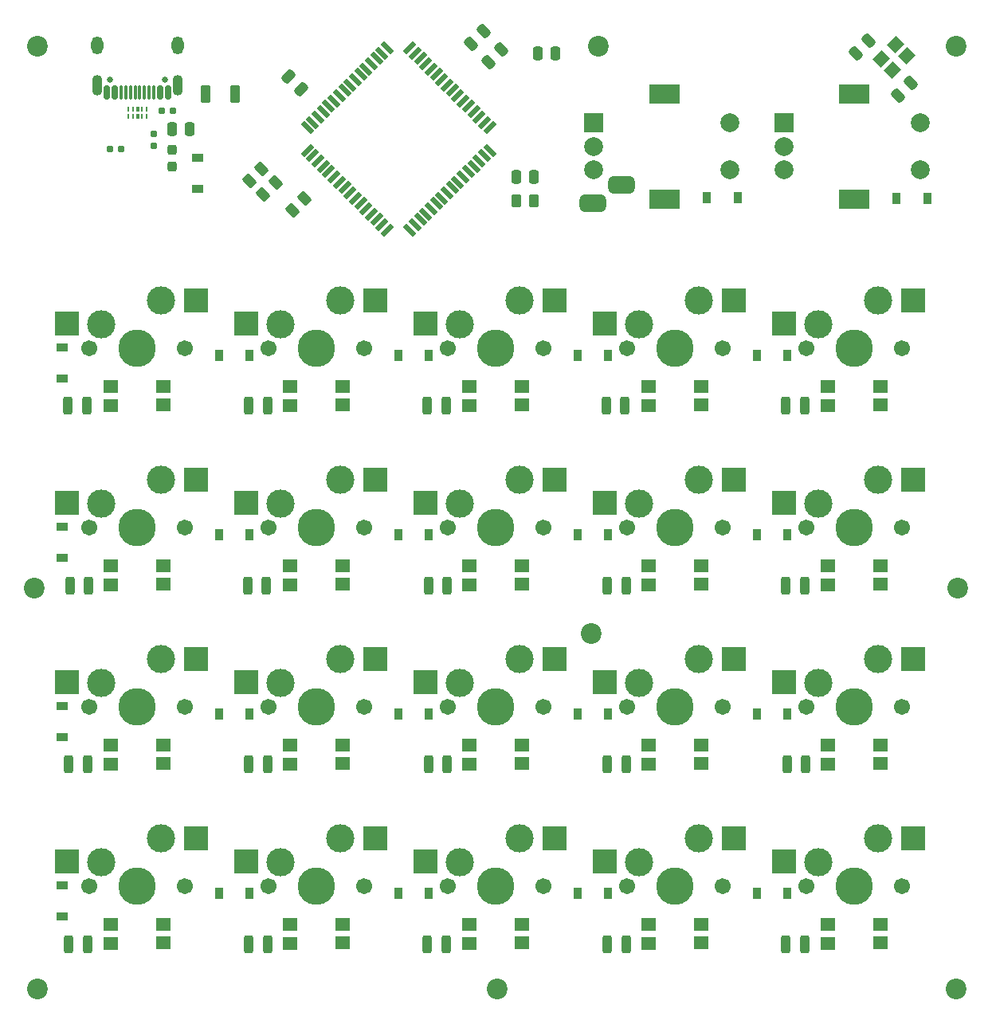
<source format=gbr>
%TF.GenerationSoftware,KiCad,Pcbnew,(6.0.4)*%
%TF.CreationDate,2022-05-20T19:43:05+02:00*%
%TF.ProjectId,MacroBoard-rounded,4d616372-6f42-46f6-9172-642d726f756e,rev?*%
%TF.SameCoordinates,Original*%
%TF.FileFunction,Soldermask,Bot*%
%TF.FilePolarity,Negative*%
%FSLAX46Y46*%
G04 Gerber Fmt 4.6, Leading zero omitted, Abs format (unit mm)*
G04 Created by KiCad (PCBNEW (6.0.4)) date 2022-05-20 19:43:05*
%MOMM*%
%LPD*%
G01*
G04 APERTURE LIST*
G04 Aperture macros list*
%AMRoundRect*
0 Rectangle with rounded corners*
0 $1 Rounding radius*
0 $2 $3 $4 $5 $6 $7 $8 $9 X,Y pos of 4 corners*
0 Add a 4 corners polygon primitive as box body*
4,1,4,$2,$3,$4,$5,$6,$7,$8,$9,$2,$3,0*
0 Add four circle primitives for the rounded corners*
1,1,$1+$1,$2,$3*
1,1,$1+$1,$4,$5*
1,1,$1+$1,$6,$7*
1,1,$1+$1,$8,$9*
0 Add four rect primitives between the rounded corners*
20,1,$1+$1,$2,$3,$4,$5,0*
20,1,$1+$1,$4,$5,$6,$7,0*
20,1,$1+$1,$6,$7,$8,$9,0*
20,1,$1+$1,$8,$9,$2,$3,0*%
%AMRotRect*
0 Rectangle, with rotation*
0 The origin of the aperture is its center*
0 $1 length*
0 $2 width*
0 $3 Rotation angle, in degrees counterclockwise*
0 Add horizontal line*
21,1,$1,$2,0,0,$3*%
G04 Aperture macros list end*
%ADD10C,2.200000*%
%ADD11R,1.600000X1.400000*%
%ADD12R,1.600000X1.420000*%
%ADD13R,1.600000X1.380000*%
%ADD14C,3.987800*%
%ADD15C,3.000000*%
%ADD16C,1.701800*%
%ADD17C,0.600000*%
%ADD18R,2.550000X2.500000*%
%ADD19R,2.000000X2.000000*%
%ADD20C,2.000000*%
%ADD21R,3.200000X2.000000*%
%ADD22RoundRect,0.250000X0.250000X0.700000X-0.250000X0.700000X-0.250000X-0.700000X0.250000X-0.700000X0*%
%ADD23R,0.900000X1.200000*%
%ADD24RoundRect,0.160000X0.197500X0.160000X-0.197500X0.160000X-0.197500X-0.160000X0.197500X-0.160000X0*%
%ADD25R,1.200000X0.900000*%
%ADD26RotRect,1.400000X1.200000X225.000000*%
%ADD27RoundRect,0.250000X0.512652X0.159099X0.159099X0.512652X-0.512652X-0.159099X-0.159099X-0.512652X0*%
%ADD28RoundRect,0.250000X-0.250000X-0.475000X0.250000X-0.475000X0.250000X0.475000X-0.250000X0.475000X0*%
%ADD29RoundRect,0.160000X-0.197500X-0.160000X0.197500X-0.160000X0.197500X0.160000X-0.197500X0.160000X0*%
%ADD30RoundRect,0.450000X0.950000X0.450000X-0.950000X0.450000X-0.950000X-0.450000X0.950000X-0.450000X0*%
%ADD31RoundRect,0.250000X0.275000X0.700000X-0.275000X0.700000X-0.275000X-0.700000X0.275000X-0.700000X0*%
%ADD32C,0.650000*%
%ADD33RoundRect,0.150000X-0.150000X-0.575000X0.150000X-0.575000X0.150000X0.575000X-0.150000X0.575000X0*%
%ADD34RoundRect,0.075000X-0.075000X-0.650000X0.075000X-0.650000X0.075000X0.650000X-0.075000X0.650000X0*%
%ADD35O,1.300000X1.900000*%
%ADD36O,1.100000X2.200000*%
%ADD37RoundRect,0.160000X-0.160000X0.197500X-0.160000X-0.197500X0.160000X-0.197500X0.160000X0.197500X0*%
%ADD38RoundRect,0.125000X0.000000X0.150000X0.000000X0.150000X0.000000X-0.150000X0.000000X-0.150000X0*%
%ADD39R,0.250000X0.550000*%
%ADD40R,0.300000X0.550000*%
%ADD41RoundRect,0.250000X0.159099X-0.512652X0.512652X-0.159099X-0.159099X0.512652X-0.512652X0.159099X0*%
%ADD42RoundRect,0.250000X0.132583X-0.503814X0.503814X-0.132583X-0.132583X0.503814X-0.503814X0.132583X0*%
%ADD43RoundRect,0.237500X-0.237500X0.287500X-0.237500X-0.287500X0.237500X-0.287500X0.237500X0.287500X0*%
%ADD44RoundRect,0.250000X-0.159099X0.512652X-0.512652X0.159099X0.159099X-0.512652X0.512652X-0.159099X0*%
%ADD45RoundRect,0.250000X-0.132583X0.503814X-0.503814X0.132583X0.132583X-0.503814X0.503814X-0.132583X0*%
%ADD46RotRect,1.500000X0.550000X225.000000*%
%ADD47RotRect,1.500000X0.550000X135.000000*%
%ADD48RoundRect,0.250000X-0.262500X-0.450000X0.262500X-0.450000X0.262500X0.450000X-0.262500X0.450000X0*%
G04 APERTURE END LIST*
D10*
%TO.C,H9*%
X168200000Y-90600000D03*
%TD*%
%TO.C,H8*%
X129200000Y-95400000D03*
%TD*%
%TO.C,H7*%
X119200000Y-133200000D03*
%TD*%
%TO.C,H6*%
X70400000Y-133200000D03*
%TD*%
%TO.C,H5*%
X168000000Y-133200000D03*
%TD*%
%TO.C,H4*%
X70400000Y-33000000D03*
%TD*%
%TO.C,H3*%
X168000000Y-33000000D03*
%TD*%
%TO.C,H2*%
X70000000Y-90600000D03*
%TD*%
%TO.C,H1*%
X130000000Y-33000000D03*
%TD*%
D11*
%TO.C,D21*%
X83762500Y-71147500D03*
D12*
X83762500Y-69157500D03*
D11*
X78162500Y-69157500D03*
D13*
X78162500Y-71157500D03*
%TD*%
D14*
%TO.C,MX10*%
X119062500Y-84137500D03*
D15*
X121602500Y-79057500D03*
D16*
X113982500Y-84137500D03*
X124142500Y-84137500D03*
D15*
X115252500Y-81597500D03*
D17*
X126312500Y-78162500D03*
X124412500Y-79062500D03*
X124412500Y-78162500D03*
X126312500Y-79062500D03*
X126312500Y-79962500D03*
X124412500Y-79962500D03*
D18*
X125352500Y-79057500D03*
D17*
X110682500Y-82342500D03*
X112462500Y-82462500D03*
X112462500Y-81562500D03*
X110682500Y-81442500D03*
X112462500Y-80662500D03*
D18*
X111622500Y-81477500D03*
D17*
X110682500Y-80542500D03*
%TD*%
D11*
%TO.C,D37*%
X159962500Y-71147500D03*
D12*
X159962494Y-69157494D03*
D11*
X154362500Y-69157500D03*
D13*
X154362500Y-71157500D03*
%TD*%
D19*
%TO.C,SW3*%
X149662500Y-41156250D03*
D20*
X149662500Y-46156250D03*
X149662500Y-43656250D03*
D21*
X157162500Y-38056250D03*
X157162500Y-49256250D03*
D20*
X164162500Y-46156250D03*
X164162500Y-41156250D03*
%TD*%
D16*
%TO.C,MX18*%
X162242500Y-84137500D03*
X152082500Y-84137500D03*
D15*
X153352500Y-81597500D03*
X159702500Y-79057500D03*
D14*
X157162500Y-84137500D03*
D17*
X162512500Y-79962500D03*
D18*
X163452500Y-79057500D03*
D17*
X162512500Y-78162500D03*
X162512500Y-79062500D03*
X164412500Y-79062500D03*
X164412500Y-79962500D03*
X164412500Y-78162500D03*
D18*
X149722500Y-81477500D03*
D17*
X150562500Y-81562500D03*
X150562500Y-82462500D03*
X148782500Y-80542500D03*
X148782500Y-82342500D03*
X150562500Y-80662500D03*
X148782500Y-81442500D03*
%TD*%
D14*
%TO.C,MX5*%
X100012500Y-65087500D03*
D16*
X94932500Y-65087500D03*
D15*
X96202500Y-62547500D03*
X102552500Y-60007500D03*
D16*
X105092500Y-65087500D03*
D17*
X107262500Y-60012500D03*
X107262500Y-60912500D03*
X105362500Y-60012500D03*
D18*
X106302500Y-60007500D03*
D17*
X105362500Y-59112500D03*
X105362500Y-60912500D03*
X107262500Y-59112500D03*
X93412500Y-62512500D03*
D18*
X92572500Y-62427500D03*
D17*
X93412500Y-61612500D03*
X91632500Y-63292500D03*
X93412500Y-63412500D03*
X91632500Y-62392500D03*
X91632500Y-61492500D03*
%TD*%
D11*
%TO.C,D32*%
X121862500Y-128297500D03*
D12*
X121862500Y-126307500D03*
D11*
X116262500Y-126307500D03*
D13*
X116262500Y-128307500D03*
%TD*%
D11*
%TO.C,D34*%
X140912500Y-90197500D03*
D12*
X140912500Y-88207500D03*
D11*
X135312500Y-88207500D03*
D13*
X135312500Y-90207500D03*
%TD*%
D11*
%TO.C,D23*%
X83762500Y-109247500D03*
D12*
X83762500Y-107257500D03*
D11*
X78162500Y-107257500D03*
D13*
X78162500Y-109257500D03*
%TD*%
D11*
%TO.C,D25*%
X102812500Y-71147500D03*
D12*
X102812500Y-69157500D03*
D11*
X97212500Y-69157500D03*
D13*
X97212500Y-71157500D03*
%TD*%
D15*
%TO.C,MX20*%
X153352500Y-119697500D03*
D16*
X162242500Y-122237500D03*
D14*
X157162500Y-122237500D03*
D15*
X159702500Y-117157500D03*
D16*
X152082500Y-122237500D03*
D17*
X164412500Y-118062500D03*
D18*
X163452500Y-117157500D03*
D17*
X162512500Y-116262500D03*
X164412500Y-116262500D03*
X162512500Y-118062500D03*
X162512500Y-117162500D03*
X164412500Y-117162500D03*
X148782500Y-118642500D03*
X148782500Y-120442500D03*
X148782500Y-119542500D03*
X150562500Y-120562500D03*
D18*
X149722500Y-119577500D03*
D17*
X150562500Y-119662500D03*
X150562500Y-118762500D03*
%TD*%
D14*
%TO.C,MX2*%
X80962500Y-84137500D03*
D15*
X77152500Y-81597500D03*
D16*
X86042500Y-84137500D03*
X75882500Y-84137500D03*
D15*
X83502500Y-79057500D03*
D17*
X88212500Y-78162500D03*
X88212500Y-79062500D03*
X86312500Y-78162500D03*
X86312500Y-79062500D03*
X86312500Y-79962500D03*
D18*
X87252500Y-79057500D03*
D17*
X88212500Y-79962500D03*
D18*
X73522500Y-81477500D03*
D17*
X72582500Y-80542500D03*
X74362500Y-80662500D03*
X74362500Y-82462500D03*
X74362500Y-81562500D03*
X72582500Y-82342500D03*
X72582500Y-81442500D03*
%TD*%
D15*
%TO.C,MX7*%
X102552500Y-98107500D03*
D14*
X100012500Y-103187500D03*
D15*
X96202500Y-100647500D03*
D16*
X94932500Y-103187500D03*
X105092500Y-103187500D03*
D17*
X107262500Y-98112500D03*
X105362500Y-99012500D03*
X107262500Y-99012500D03*
X105362500Y-97212500D03*
D18*
X106302500Y-98107500D03*
D17*
X105362500Y-98112500D03*
X107262500Y-97212500D03*
X93412500Y-100612500D03*
X93412500Y-101512500D03*
X93412500Y-99712500D03*
X91632500Y-101392500D03*
D18*
X92572500Y-100527500D03*
D17*
X91632500Y-100492500D03*
X91632500Y-99592500D03*
%TD*%
D14*
%TO.C,MX1*%
X80962500Y-65087500D03*
D15*
X77152500Y-62547500D03*
D16*
X75882500Y-65087500D03*
D15*
X83502500Y-60007500D03*
D16*
X86042500Y-65087500D03*
D17*
X86312500Y-60012500D03*
X88212500Y-59112500D03*
X88212500Y-60012500D03*
X86312500Y-59112500D03*
D18*
X87252500Y-60007500D03*
D17*
X88212500Y-60912500D03*
X86312500Y-60912500D03*
X72582500Y-61492500D03*
X72582500Y-62392500D03*
X74362500Y-63412500D03*
X74362500Y-61612500D03*
D18*
X73522500Y-62427500D03*
D17*
X74362500Y-62512500D03*
X72582500Y-63292500D03*
%TD*%
D15*
%TO.C,MX3*%
X77152500Y-100647500D03*
D16*
X75882500Y-103187500D03*
D14*
X80962500Y-103187500D03*
D15*
X83502500Y-98107500D03*
D16*
X86042500Y-103187500D03*
D17*
X86312500Y-99012500D03*
X88212500Y-97212500D03*
X86312500Y-98112500D03*
X88212500Y-99012500D03*
X86312500Y-97212500D03*
X88212500Y-98112500D03*
D18*
X87252500Y-98107500D03*
D17*
X72582500Y-99592500D03*
X72582500Y-100492500D03*
X74362500Y-100612500D03*
X74362500Y-99712500D03*
X72582500Y-101392500D03*
D18*
X73522500Y-100527500D03*
D17*
X74362500Y-101512500D03*
%TD*%
D15*
%TO.C,MX6*%
X96202500Y-81597500D03*
X102552500Y-79057500D03*
D14*
X100012500Y-84137500D03*
D16*
X105092500Y-84137500D03*
X94932500Y-84137500D03*
D17*
X105362500Y-78162500D03*
X107262500Y-79962500D03*
D18*
X106302500Y-79057500D03*
D17*
X107262500Y-78162500D03*
X105362500Y-79062500D03*
X105362500Y-79962500D03*
X107262500Y-79062500D03*
X93412500Y-82462500D03*
X91632500Y-81442500D03*
X91632500Y-80542500D03*
X93412500Y-81562500D03*
X91632500Y-82342500D03*
D18*
X92572500Y-81477500D03*
D17*
X93412500Y-80662500D03*
%TD*%
D15*
%TO.C,MX17*%
X153352500Y-62547500D03*
D16*
X152082500Y-65087500D03*
D14*
X157162500Y-65087500D03*
D15*
X159702500Y-60007500D03*
D16*
X162242500Y-65087500D03*
D17*
X162512500Y-59112500D03*
X162512500Y-60012500D03*
D18*
X163452500Y-60007500D03*
D17*
X164412500Y-59112500D03*
X164412500Y-60912500D03*
X162512500Y-60912500D03*
X164412500Y-60012500D03*
X148782500Y-61492500D03*
X150562500Y-62512500D03*
X148782500Y-62392500D03*
D18*
X149722500Y-62427500D03*
D17*
X150562500Y-63412500D03*
X150562500Y-61612500D03*
X148782500Y-63292500D03*
%TD*%
D16*
%TO.C,MX11*%
X124142500Y-103187500D03*
D14*
X119062500Y-103187500D03*
D15*
X115252500Y-100647500D03*
D16*
X113982500Y-103187500D03*
D15*
X121602500Y-98107500D03*
D17*
X126312500Y-97212500D03*
D18*
X125352500Y-98107500D03*
D17*
X124412500Y-98112500D03*
X126312500Y-98112500D03*
X124412500Y-99012500D03*
X124412500Y-97212500D03*
X126312500Y-99012500D03*
X112462500Y-101512500D03*
X110682500Y-99592500D03*
X112462500Y-100612500D03*
X112462500Y-99712500D03*
X110682500Y-100492500D03*
D18*
X111622500Y-100527500D03*
D17*
X110682500Y-101392500D03*
%TD*%
D16*
%TO.C,MX9*%
X124142500Y-65087500D03*
X113982500Y-65087500D03*
D15*
X115252500Y-62547500D03*
D14*
X119062500Y-65087500D03*
D15*
X121602500Y-60007500D03*
D17*
X124412500Y-60912500D03*
X124412500Y-59112500D03*
X126312500Y-60012500D03*
X126312500Y-59112500D03*
D18*
X125352500Y-60007500D03*
D17*
X124412500Y-60012500D03*
X126312500Y-60912500D03*
X110682500Y-61492500D03*
X112462500Y-61612500D03*
D18*
X111622500Y-62427500D03*
D17*
X112462500Y-62512500D03*
X110682500Y-63292500D03*
X110682500Y-62392500D03*
X112462500Y-63412500D03*
%TD*%
D16*
%TO.C,MX16*%
X143192500Y-122237500D03*
D14*
X138112500Y-122237500D03*
D15*
X134302500Y-119697500D03*
X140652500Y-117157500D03*
D16*
X133032500Y-122237500D03*
D17*
X145362500Y-117162500D03*
X143462500Y-117162500D03*
D18*
X144402500Y-117157500D03*
D17*
X143462500Y-118062500D03*
X143462500Y-116262500D03*
X145362500Y-118062500D03*
X145362500Y-116262500D03*
X129732500Y-120442500D03*
X131512500Y-120562500D03*
X129732500Y-118642500D03*
X131512500Y-118762500D03*
D18*
X130672500Y-119577500D03*
D17*
X129732500Y-119542500D03*
X131512500Y-119662500D03*
%TD*%
D11*
%TO.C,D26*%
X102812500Y-90197500D03*
D12*
X102812500Y-88207500D03*
D11*
X97212500Y-88207500D03*
D13*
X97212500Y-90207500D03*
%TD*%
D11*
%TO.C,D38*%
X159962500Y-90197500D03*
D12*
X159962500Y-88207500D03*
D11*
X154362500Y-88207500D03*
D13*
X154362500Y-90207500D03*
%TD*%
D11*
%TO.C,D24*%
X83762500Y-128297500D03*
D12*
X83762500Y-126307500D03*
D11*
X78162500Y-126307500D03*
D13*
X78162500Y-128307500D03*
%TD*%
D11*
%TO.C,D22*%
X83762500Y-90197500D03*
D12*
X83762500Y-88207500D03*
D11*
X78162500Y-88207500D03*
D13*
X78162500Y-90207500D03*
%TD*%
D11*
%TO.C,D36*%
X140912500Y-128297500D03*
D12*
X140912500Y-126307500D03*
D11*
X135312500Y-126307500D03*
D13*
X135312500Y-128307500D03*
%TD*%
D15*
%TO.C,MX19*%
X153352500Y-100647500D03*
X159702500Y-98107500D03*
D16*
X152082500Y-103187500D03*
X162242500Y-103187500D03*
D14*
X157162500Y-103187500D03*
D17*
X164412500Y-98112500D03*
X162512500Y-98112500D03*
X162512500Y-99012500D03*
D18*
X163452500Y-98107500D03*
D17*
X162512500Y-97212500D03*
X164412500Y-97212500D03*
X164412500Y-99012500D03*
X150562500Y-99712500D03*
X148782500Y-101392500D03*
X150562500Y-101512500D03*
X150562500Y-100612500D03*
X148782500Y-100492500D03*
D18*
X149722500Y-100527500D03*
D17*
X148782500Y-99592500D03*
%TD*%
D16*
%TO.C,MX12*%
X113982500Y-122237500D03*
D15*
X115252500Y-119697500D03*
D14*
X119062500Y-122237500D03*
D15*
X121602500Y-117157500D03*
D16*
X124142500Y-122237500D03*
D17*
X124412500Y-116262500D03*
X126312500Y-118062500D03*
D18*
X125352500Y-117157500D03*
D17*
X126312500Y-117162500D03*
X126312500Y-116262500D03*
X124412500Y-118062500D03*
X124412500Y-117162500D03*
X110682500Y-119542500D03*
D18*
X111622500Y-119577500D03*
D17*
X112462500Y-118762500D03*
X110682500Y-118642500D03*
X110682500Y-120442500D03*
X112462500Y-119662500D03*
X112462500Y-120562500D03*
%TD*%
D11*
%TO.C,D33*%
X140912500Y-71147500D03*
D12*
X140912500Y-69157500D03*
D11*
X135312500Y-69157500D03*
D13*
X135312500Y-71157500D03*
%TD*%
D16*
%TO.C,MX8*%
X105092500Y-122237500D03*
D14*
X100012500Y-122237500D03*
D16*
X94932500Y-122237500D03*
D15*
X102552500Y-117157500D03*
X96202500Y-119697500D03*
D17*
X107262500Y-118062500D03*
X105362500Y-117162500D03*
X107262500Y-116262500D03*
X107262500Y-117162500D03*
X105362500Y-118062500D03*
D18*
X106302500Y-117157500D03*
D17*
X105362500Y-116262500D03*
X93412500Y-119662500D03*
D18*
X92572500Y-119577500D03*
D17*
X91632500Y-118642500D03*
X93412500Y-118762500D03*
X93412500Y-120562500D03*
X91632500Y-120442500D03*
X91632500Y-119542500D03*
%TD*%
D11*
%TO.C,D39*%
X159962500Y-109247500D03*
D12*
X159962500Y-107257500D03*
D11*
X154362500Y-107257500D03*
D13*
X154362500Y-109257500D03*
%TD*%
D11*
%TO.C,D30*%
X121862500Y-90197500D03*
D12*
X121862500Y-88207500D03*
D11*
X116262500Y-88207500D03*
D13*
X116262500Y-90207500D03*
%TD*%
D16*
%TO.C,MX4*%
X86042500Y-122237500D03*
D15*
X77152500Y-119697500D03*
D14*
X80962500Y-122237500D03*
D15*
X83502500Y-117157500D03*
D16*
X75882500Y-122237500D03*
D17*
X86312500Y-117162500D03*
X88212500Y-116262500D03*
X88212500Y-117162500D03*
X88212500Y-118062500D03*
D18*
X87252500Y-117157500D03*
D17*
X86312500Y-116262500D03*
X86312500Y-118062500D03*
X72582500Y-118642500D03*
X74362500Y-120562500D03*
X74362500Y-118762500D03*
X74362500Y-119662500D03*
X72582500Y-119542500D03*
D18*
X73522500Y-119577500D03*
D17*
X72582500Y-120442500D03*
%TD*%
D11*
%TO.C,D27*%
X102812500Y-109247500D03*
D12*
X102812500Y-107257500D03*
D11*
X97212500Y-107257500D03*
D13*
X97212500Y-109257500D03*
%TD*%
D11*
%TO.C,D40*%
X159962500Y-128297500D03*
D12*
X159962500Y-126307500D03*
D11*
X154362500Y-126307500D03*
D13*
X154362500Y-128307500D03*
%TD*%
D16*
%TO.C,MX14*%
X133032500Y-84137500D03*
D15*
X140652500Y-79057500D03*
X134302500Y-81597500D03*
D16*
X143192500Y-84137500D03*
D14*
X138112500Y-84137500D03*
D17*
X145362500Y-78162500D03*
X143462500Y-79962500D03*
X145362500Y-79962500D03*
X143462500Y-79062500D03*
X143462500Y-78162500D03*
D18*
X144402500Y-79057500D03*
D17*
X145362500Y-79062500D03*
X131512500Y-80662500D03*
X131512500Y-81562500D03*
X129732500Y-81442500D03*
D18*
X130672500Y-81477500D03*
D17*
X129732500Y-82342500D03*
X131512500Y-82462500D03*
X129732500Y-80542500D03*
%TD*%
D11*
%TO.C,D29*%
X121862500Y-71147500D03*
D12*
X121862500Y-69157500D03*
D11*
X116262500Y-69157500D03*
D13*
X116262500Y-71157500D03*
%TD*%
D19*
%TO.C,SW2*%
X129462500Y-41156250D03*
D20*
X129462500Y-46156250D03*
X129462500Y-43656250D03*
D21*
X136962500Y-49256250D03*
X136962500Y-38056250D03*
D20*
X143962500Y-46156250D03*
X143962500Y-41156250D03*
%TD*%
D15*
%TO.C,MX13*%
X134302500Y-62547500D03*
D16*
X143192500Y-65087500D03*
X133032500Y-65087500D03*
D15*
X140652500Y-60007500D03*
D14*
X138112500Y-65087500D03*
D18*
X144402500Y-60007500D03*
D17*
X143462500Y-60912500D03*
X145362500Y-59112500D03*
X143462500Y-59112500D03*
X145362500Y-60012500D03*
X145362500Y-60912500D03*
X143462500Y-60012500D03*
X129732500Y-62392500D03*
X131512500Y-61612500D03*
X131512500Y-62512500D03*
X131512500Y-63412500D03*
X129732500Y-63292500D03*
D18*
X130672500Y-62427500D03*
D17*
X129732500Y-61492500D03*
%TD*%
D16*
%TO.C,MX15*%
X133032500Y-103187500D03*
D15*
X134302500Y-100647500D03*
X140652500Y-98107500D03*
D14*
X138112500Y-103187500D03*
D16*
X143192500Y-103187500D03*
D17*
X145362500Y-99012500D03*
X145362500Y-97212500D03*
X143462500Y-98112500D03*
D18*
X144402500Y-98107500D03*
D17*
X145362500Y-98112500D03*
X143462500Y-97212500D03*
X143462500Y-99012500D03*
X129732500Y-99592500D03*
X131512500Y-100612500D03*
X131512500Y-101512500D03*
X131512500Y-99712500D03*
X129732500Y-100492500D03*
X129732500Y-101392500D03*
D18*
X130672500Y-100527500D03*
%TD*%
D11*
%TO.C,D35*%
X140912500Y-109247500D03*
D12*
X140912500Y-107257500D03*
D11*
X135312500Y-107257500D03*
D13*
X135312500Y-109257500D03*
%TD*%
D11*
%TO.C,D28*%
X102812500Y-128297500D03*
D12*
X102812500Y-126307500D03*
D11*
X97212500Y-126307500D03*
D13*
X97212500Y-128307500D03*
%TD*%
D11*
%TO.C,D31*%
X121862500Y-109247500D03*
D12*
X121862500Y-107257500D03*
D11*
X116262500Y-107257500D03*
D13*
X116262500Y-109257500D03*
%TD*%
D22*
%TO.C,C10*%
X75800000Y-90300000D03*
X73800000Y-90300000D03*
%TD*%
D23*
%TO.C,D42*%
X141450000Y-49100000D03*
X144750000Y-49100000D03*
%TD*%
D24*
%TO.C,R1*%
X79247500Y-43950000D03*
X78052500Y-43950000D03*
%TD*%
D22*
%TO.C,C14*%
X94700000Y-90300000D03*
X92700000Y-90300000D03*
%TD*%
%TO.C,C21*%
X132800000Y-71200000D03*
X130800000Y-71200000D03*
%TD*%
D23*
%TO.C,D43*%
X161650000Y-49200000D03*
X164950000Y-49200000D03*
%TD*%
D22*
%TO.C,C13*%
X94800000Y-71200000D03*
X92800000Y-71200000D03*
%TD*%
D25*
%TO.C,D1*%
X73025000Y-68325000D03*
X73025000Y-65025000D03*
%TD*%
D23*
%TO.C,D8*%
X89631250Y-123031250D03*
X92931250Y-123031250D03*
%TD*%
%TO.C,D17*%
X146781250Y-65881250D03*
X150081250Y-65881250D03*
%TD*%
D22*
%TO.C,C16*%
X94800000Y-128400000D03*
X92800000Y-128400000D03*
%TD*%
%TO.C,C28*%
X151900000Y-128400000D03*
X149900000Y-128400000D03*
%TD*%
D23*
%TO.C,D16*%
X127731250Y-123031250D03*
X131031250Y-123031250D03*
%TD*%
D26*
%TO.C,Y1*%
X162772759Y-34027241D03*
X161217124Y-35582876D03*
X160015043Y-34380795D03*
X161570678Y-32825160D03*
%TD*%
D23*
%TO.C,D7*%
X89631250Y-103981250D03*
X92931250Y-103981250D03*
%TD*%
D27*
%TO.C,C7*%
X98371751Y-37571751D03*
X97028249Y-36228249D03*
%TD*%
D25*
%TO.C,D3*%
X73025000Y-106425000D03*
X73025000Y-103125000D03*
%TD*%
D23*
%TO.C,D12*%
X108681250Y-123031250D03*
X111981250Y-123031250D03*
%TD*%
D28*
%TO.C,C2*%
X121250000Y-46900000D03*
X123150000Y-46900000D03*
%TD*%
D22*
%TO.C,C9*%
X75600000Y-71200000D03*
X73600000Y-71200000D03*
%TD*%
D25*
%TO.C,D41*%
X87400000Y-44850000D03*
X87400000Y-48150000D03*
%TD*%
D23*
%TO.C,D5*%
X89631250Y-65881250D03*
X92931250Y-65881250D03*
%TD*%
D22*
%TO.C,C15*%
X94800000Y-109300000D03*
X92800000Y-109300000D03*
%TD*%
%TO.C,C23*%
X132900000Y-109300000D03*
X130900000Y-109300000D03*
%TD*%
D29*
%TO.C,R7*%
X83602500Y-39900000D03*
X84797500Y-39900000D03*
%TD*%
D22*
%TO.C,C18*%
X113900000Y-90300000D03*
X111900000Y-90300000D03*
%TD*%
%TO.C,C27*%
X152000000Y-109300000D03*
X150000000Y-109300000D03*
%TD*%
%TO.C,C20*%
X113800000Y-128400000D03*
X111800000Y-128400000D03*
%TD*%
D28*
%TO.C,C1*%
X84647500Y-41800000D03*
X86547500Y-41800000D03*
%TD*%
D23*
%TO.C,D18*%
X146781250Y-84931250D03*
X150081250Y-84931250D03*
%TD*%
D25*
%TO.C,D2*%
X73025000Y-87375000D03*
X73025000Y-84075000D03*
%TD*%
D23*
%TO.C,D10*%
X108681250Y-84931250D03*
X111981250Y-84931250D03*
%TD*%
%TO.C,D11*%
X108681250Y-103981250D03*
X111981250Y-103981250D03*
%TD*%
D30*
%TO.C,SW1*%
X132400000Y-47700000D03*
X129400000Y-49700000D03*
%TD*%
D31*
%TO.C,L1*%
X91375000Y-38050000D03*
X88225000Y-38050000D03*
%TD*%
D32*
%TO.C,J1*%
X78107500Y-36599000D03*
X83887500Y-36599000D03*
D33*
X77747500Y-37925000D03*
X78547500Y-37925000D03*
D34*
X79747500Y-37925000D03*
X80743500Y-37925000D03*
X81247500Y-37925000D03*
X82247500Y-37925000D03*
D33*
X84247500Y-37925000D03*
X83447500Y-37925000D03*
D34*
X82747500Y-37925000D03*
X81747500Y-37925000D03*
X80247500Y-37925000D03*
X79247500Y-37925000D03*
D35*
X76697500Y-32950000D03*
D36*
X85297500Y-37150000D03*
D35*
X85297500Y-32950000D03*
D36*
X76697500Y-37150000D03*
%TD*%
D37*
%TO.C,R2*%
X82750000Y-42352500D03*
X82750000Y-43547500D03*
%TD*%
D22*
%TO.C,C19*%
X113900000Y-109300000D03*
X111900000Y-109300000D03*
%TD*%
%TO.C,C24*%
X132900000Y-128400000D03*
X130900000Y-128400000D03*
%TD*%
D38*
%TO.C,U2*%
X81997500Y-40435000D03*
D39*
X81497500Y-40435000D03*
D40*
X80997500Y-40435000D03*
D39*
X80497500Y-40435000D03*
X79997500Y-40435000D03*
X79997500Y-39665000D03*
X80497500Y-39665000D03*
D40*
X80997500Y-39665000D03*
D39*
X81497500Y-39665000D03*
X81997500Y-39665000D03*
%TD*%
D28*
%TO.C,C8*%
X123500000Y-33750000D03*
X125400000Y-33750000D03*
%TD*%
D23*
%TO.C,D14*%
X127731250Y-84931250D03*
X131031250Y-84931250D03*
%TD*%
D41*
%TO.C,C6*%
X157322150Y-33775769D03*
X158665652Y-32432267D03*
%TD*%
D42*
%TO.C,R4*%
X94354765Y-48795235D03*
X95645235Y-47504765D03*
%TD*%
D22*
%TO.C,C17*%
X113800000Y-71200000D03*
X111800000Y-71200000D03*
%TD*%
D42*
%TO.C,R3*%
X92854765Y-47295235D03*
X94145235Y-46004765D03*
%TD*%
D43*
%TO.C,F1*%
X84647500Y-44025000D03*
X84647500Y-45775000D03*
%TD*%
D23*
%TO.C,D6*%
X89631250Y-84931250D03*
X92931250Y-84931250D03*
%TD*%
D25*
%TO.C,D4*%
X73025000Y-125475000D03*
X73025000Y-122175000D03*
%TD*%
D22*
%TO.C,C25*%
X151900000Y-71200000D03*
X149900000Y-71200000D03*
%TD*%
D44*
%TO.C,C5*%
X163165652Y-36932267D03*
X161822150Y-38275769D03*
%TD*%
D45*
%TO.C,R5*%
X98745235Y-49154765D03*
X97454765Y-50445235D03*
%TD*%
D46*
%TO.C,U1*%
X109938982Y-33172437D03*
X110504667Y-33738123D03*
X111070352Y-34303808D03*
X111636038Y-34869493D03*
X112201723Y-35435179D03*
X112767409Y-36000864D03*
X113333094Y-36566550D03*
X113898780Y-37132235D03*
X114464465Y-37697920D03*
X115030150Y-38263606D03*
X115595836Y-38829291D03*
X116161521Y-39394977D03*
X116727207Y-39960662D03*
X117292892Y-40526348D03*
X117858577Y-41092033D03*
X118424263Y-41657718D03*
D47*
X118424263Y-44061882D03*
X117858577Y-44627567D03*
X117292892Y-45193252D03*
X116727207Y-45758938D03*
X116161521Y-46324623D03*
X115595836Y-46890309D03*
X115030150Y-47455994D03*
X114464465Y-48021680D03*
X113898780Y-48587365D03*
X113333094Y-49153050D03*
X112767409Y-49718736D03*
X112201723Y-50284421D03*
X111636038Y-50850107D03*
X111070352Y-51415792D03*
X110504667Y-51981477D03*
X109938982Y-52547163D03*
D46*
X107534818Y-52547163D03*
X106969133Y-51981477D03*
X106403448Y-51415792D03*
X105837762Y-50850107D03*
X105272077Y-50284421D03*
X104706391Y-49718736D03*
X104140706Y-49153050D03*
X103575020Y-48587365D03*
X103009335Y-48021680D03*
X102443650Y-47455994D03*
X101877964Y-46890309D03*
X101312279Y-46324623D03*
X100746593Y-45758938D03*
X100180908Y-45193252D03*
X99615223Y-44627567D03*
X99049537Y-44061882D03*
D47*
X99049537Y-41657718D03*
X99615223Y-41092033D03*
X100180908Y-40526348D03*
X100746593Y-39960662D03*
X101312279Y-39394977D03*
X101877964Y-38829291D03*
X102443650Y-38263606D03*
X103009335Y-37697920D03*
X103575020Y-37132235D03*
X104140706Y-36566550D03*
X104706391Y-36000864D03*
X105272077Y-35435179D03*
X105837762Y-34869493D03*
X106403448Y-34303808D03*
X106969133Y-33738123D03*
X107534818Y-33172437D03*
%TD*%
D23*
%TO.C,D13*%
X127731250Y-65881250D03*
X131031250Y-65881250D03*
%TD*%
%TO.C,D9*%
X108681250Y-65881250D03*
X111981250Y-65881250D03*
%TD*%
%TO.C,D19*%
X146781250Y-103981250D03*
X150081250Y-103981250D03*
%TD*%
D22*
%TO.C,C12*%
X75700000Y-128400000D03*
X73700000Y-128400000D03*
%TD*%
D41*
%TO.C,C4*%
X118328249Y-34671751D03*
X119671751Y-33328249D03*
%TD*%
D22*
%TO.C,C26*%
X151900000Y-90300000D03*
X149900000Y-90300000D03*
%TD*%
D23*
%TO.C,D20*%
X146781250Y-123031250D03*
X150081250Y-123031250D03*
%TD*%
D22*
%TO.C,C22*%
X132900000Y-90300000D03*
X130900000Y-90300000D03*
%TD*%
D23*
%TO.C,D15*%
X127731250Y-103981250D03*
X131031250Y-103981250D03*
%TD*%
D48*
%TO.C,R6*%
X121273200Y-49415700D03*
X123098200Y-49415700D03*
%TD*%
D41*
%TO.C,C3*%
X116428249Y-32771751D03*
X117771751Y-31428249D03*
%TD*%
D22*
%TO.C,C11*%
X75700000Y-109300000D03*
X73700000Y-109300000D03*
%TD*%
M02*

</source>
